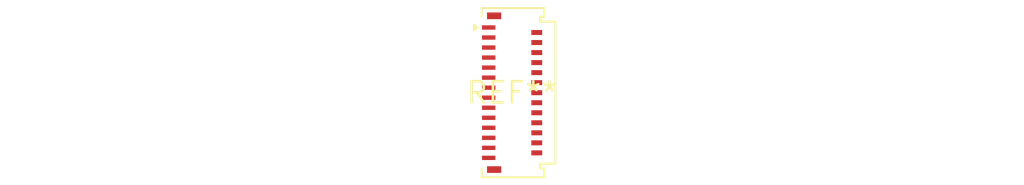
<source format=kicad_pcb>
(kicad_pcb (version 20240108) (generator pcbnew)
  (layers (0 "F.Cu" signal) (31 "B.Cu" signal) (34 "B.Paste" user) (35 "F.Paste" user) (36 "B.SilkS" user "B.Silkscreen") (37 "F.SilkS" user "F.Silkscreen") (38 "B.Mask" user) (39 "F.Mask" user) (44 "Edge.Cuts" user))
  (net 0 "")
  (footprint "Molex_502250-2791_2Rows-27Pins-1MP_P0.60mm_Horizontal" (layer "F.Cu") (at 0 0)
    (property "Reference" "REF**")
    (property "Value" "Molex_502250-2791_2Rows-27Pins-1MP_P0.60mm_Horizontal")
    (fp_line (start -2.272132 -4.05) (end -2.06 -3.9) (layer "F.SilkS") (stroke (width 0.12)))
    (fp_line (start -2.272132 -3.75) (end -2.272132 -4.05) (layer "F.SilkS") (stroke (width 0.12)))
    (fp_line (start -2.06 -3.9) (end -2.272132 -3.75) (layer "F.SilkS") (stroke (width 0.12)))
    (fp_line (start -1.82 -5.06) (end 1.93 -5.06) (layer "F.SilkS") (stroke (width 0.12)))
    (fp_line (start -1.82 -4.56) (end -1.82 -5.06) (layer "F.SilkS") (stroke (width 0.12)))
    (fp_line (start -1.82 4.56) (end -1.82 5.06) (layer "F.SilkS") (stroke (width 0.12)))
    (fp_line (start -1.82 5.06) (end 1.93 5.06) (layer "F.SilkS") (stroke (width 0.12)))
    (fp_line (start 1.68 -4.54) (end 1.68 -4.25) (layer "F.SilkS") (stroke (width 0.12)))
    (fp_line (start 1.68 -4.25) (end 2.59 -4.25) (layer "F.SilkS") (stroke (width 0.12)))
    (fp_line (start 1.68 4.25) (end 2.59 4.25) (layer "F.SilkS") (stroke (width 0.12)))
    (fp_line (start 1.68 4.54) (end 1.68 4.25) (layer "F.SilkS") (stroke (width 0.12)))
    (fp_line (start 1.93 -5.06) (end 1.93 -4.54) (layer "F.SilkS") (stroke (width 0.12)))
    (fp_line (start 1.93 -4.54) (end 1.68 -4.54) (layer "F.SilkS") (stroke (width 0.12)))
    (fp_line (start 1.93 4.54) (end 1.68 4.54) (layer "F.SilkS") (stroke (width 0.12)))
    (fp_line (start 1.93 5.06) (end 1.93 4.54) (layer "F.SilkS") (stroke (width 0.12)))
    (fp_line (start 2.59 -4.25) (end 2.59 0) (layer "F.SilkS") (stroke (width 0.12)))
    (fp_line (start 2.59 4.25) (end 2.59 0) (layer "F.SilkS") (stroke (width 0.12)))
    (pad "1" smd rect (at -1.4 -3.9) (size 0.8 0.26) (layers "F.Cu" "F.Paste" "F.Mask"))
    (pad "2" smd rect (at 1.475 -3.6) (size 0.65 0.3) (layers "F.Cu" "F.Paste" "F.Mask"))
    (pad "3" smd rect (at -1.4 -3.3) (size 0.8 0.26) (layers "F.Cu" "F.Paste" "F.Mask"))
    (pad "4" smd rect (at 1.475 -3) (size 0.65 0.3) (layers "F.Cu" "F.Paste" "F.Mask"))
    (pad "5" smd rect (at -1.4 -2.7) (size 0.8 0.26) (layers "F.Cu" "F.Paste" "F.Mask"))
    (pad "6" smd rect (at 1.475 -2.4) (size 0.65 0.3) (layers "F.Cu" "F.Paste" "F.Mask"))
    (pad "7" smd rect (at -1.4 -2.1) (size 0.8 0.26) (layers "F.Cu" "F.Paste" "F.Mask"))
    (pad "8" smd rect (at 1.475 -1.8) (size 0.65 0.3) (layers "F.Cu" "F.Paste" "F.Mask"))
    (pad "9" smd rect (at -1.4 -1.5) (size 0.8 0.26) (layers "F.Cu" "F.Paste" "F.Mask"))
    (pad "10" smd rect (at 1.475 -1.2) (size 0.65 0.3) (layers "F.Cu" "F.Paste" "F.Mask"))
    (pad "11" smd rect (at -1.4 -0.9) (size 0.8 0.26) (layers "F.Cu" "F.Paste" "F.Mask"))
    (pad "12" smd rect (at 1.475 -0.6) (size 0.65 0.3) (layers "F.Cu" "F.Paste" "F.Mask"))
    (pad "13" smd rect (at -1.4 -0.3) (size 0.8 0.26) (layers "F.Cu" "F.Paste" "F.Mask"))
    (pad "14" smd rect (at 1.475 0) (size 0.65 0.3) (layers "F.Cu" "F.Paste" "F.Mask"))
    (pad "15" smd rect (at -1.4 0.3) (size 0.8 0.26) (layers "F.Cu" "F.Paste" "F.Mask"))
    (pad "16" smd rect (at 1.475 0.6) (size 0.65 0.3) (layers "F.Cu" "F.Paste" "F.Mask"))
    (pad "17" smd rect (at -1.4 0.9) (size 0.8 0.26) (layers "F.Cu" "F.Paste" "F.Mask"))
    (pad "18" smd rect (at 1.475 1.2) (size 0.65 0.3) (layers "F.Cu" "F.Paste" "F.Mask"))
    (pad "19" smd rect (at -1.4 1.5) (size 0.8 0.26) (layers "F.Cu" "F.Paste" "F.Mask"))
    (pad "20" smd rect (at 1.475 1.8) (size 0.65 0.3) (layers "F.Cu" "F.Paste" "F.Mask"))
    (pad "21" smd rect (at -1.4 2.1) (size 0.8 0.26) (layers "F.Cu" "F.Paste" "F.Mask"))
    (pad "22" smd rect (at 1.475 2.4) (size 0.65 0.3) (layers "F.Cu" "F.Paste" "F.Mask"))
    (pad "23" smd rect (at -1.4 2.7) (size 0.8 0.26) (layers "F.Cu" "F.Paste" "F.Mask"))
    (pad "24" smd rect (at 1.475 3) (size 0.65 0.3) (layers "F.Cu" "F.Paste" "F.Mask"))
    (pad "25" smd rect (at -1.4 3.3) (size 0.8 0.26) (layers "F.Cu" "F.Paste" "F.Mask"))
    (pad "26" smd rect (at 1.475 3.6) (size 0.65 0.3) (layers "F.Cu" "F.Paste" "F.Mask"))
    (pad "27" smd rect (at -1.4 3.9) (size 0.8 0.26) (layers "F.Cu" "F.Paste" "F.Mask"))
    (pad "MP" smd rect (at -1.075 -4.6) (size 0.85 0.4) (layers "F.Cu" "F.Paste" "F.Mask"))
    (pad "MP" smd rect (at -1.075 4.6) (size 0.85 0.4) (layers "F.Cu" "F.Paste" "F.Mask"))
  )
)
</source>
